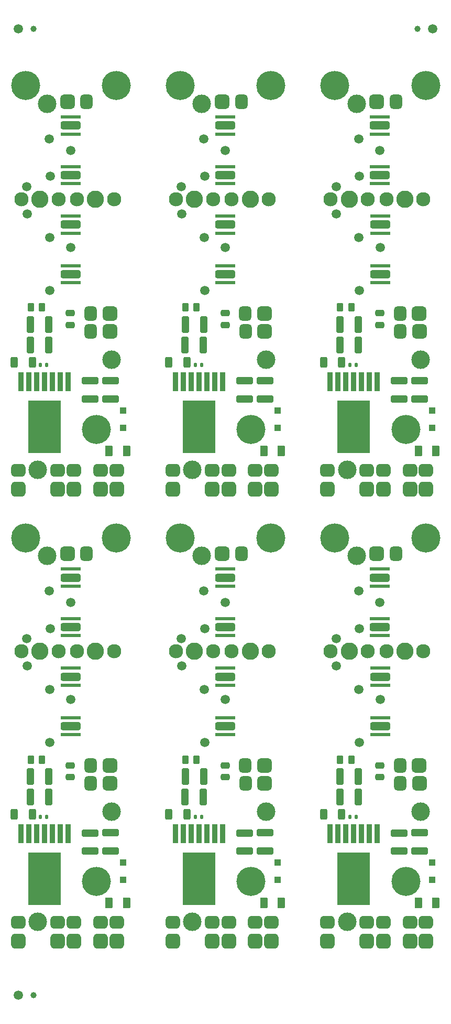
<source format=gbr>
%TF.GenerationSoftware,KiCad,Pcbnew,7.0.8-7.0.8~ubuntu22.04.1*%
%TF.CreationDate,2023-12-07T10:59:45+01:00*%
%TF.ProjectId,mothbeam_panel,6d6f7468-6265-4616-9d5f-70616e656c2e,rev?*%
%TF.SameCoordinates,Original*%
%TF.FileFunction,Soldermask,Top*%
%TF.FilePolarity,Negative*%
%FSLAX46Y46*%
G04 Gerber Fmt 4.6, Leading zero omitted, Abs format (unit mm)*
G04 Created by KiCad (PCBNEW 7.0.8-7.0.8~ubuntu22.04.1) date 2023-12-07 10:59:45*
%MOMM*%
%LPD*%
G01*
G04 APERTURE LIST*
G04 Aperture macros list*
%AMRoundRect*
0 Rectangle with rounded corners*
0 $1 Rounding radius*
0 $2 $3 $4 $5 $6 $7 $8 $9 X,Y pos of 4 corners*
0 Add a 4 corners polygon primitive as box body*
4,1,4,$2,$3,$4,$5,$6,$7,$8,$9,$2,$3,0*
0 Add four circle primitives for the rounded corners*
1,1,$1+$1,$2,$3*
1,1,$1+$1,$4,$5*
1,1,$1+$1,$6,$7*
1,1,$1+$1,$8,$9*
0 Add four rect primitives between the rounded corners*
20,1,$1+$1,$2,$3,$4,$5,0*
20,1,$1+$1,$4,$5,$6,$7,0*
20,1,$1+$1,$6,$7,$8,$9,0*
20,1,$1+$1,$8,$9,$2,$3,0*%
%AMFreePoly0*
4,1,5,0.240000,-1.625000,-0.240000,-1.625000,-0.240000,1.625000,0.240000,1.625000,0.240000,-1.625000,0.240000,-1.625000,$1*%
G04 Aperture macros list end*
%ADD10R,0.890000X3.060000*%
%ADD11R,5.350000X8.540000*%
%ADD12C,2.300000*%
%ADD13RoundRect,0.250000X0.325000X1.100000X-0.325000X1.100000X-0.325000X-1.100000X0.325000X-1.100000X0*%
%ADD14C,1.500000*%
%ADD15RoundRect,0.575000X0.625000X0.575000X-0.625000X0.575000X-0.625000X-0.575000X0.625000X-0.575000X0*%
%ADD16RoundRect,0.500000X0.500000X0.650000X-0.500000X0.650000X-0.500000X-0.650000X0.500000X-0.650000X0*%
%ADD17RoundRect,0.575000X-0.625000X-0.575000X0.625000X-0.575000X0.625000X0.575000X-0.625000X0.575000X0*%
%ADD18RoundRect,0.500000X-0.500000X-0.650000X0.500000X-0.650000X0.500000X0.650000X-0.500000X0.650000X0*%
%ADD19FreePoly0,90.000000*%
%ADD20RoundRect,0.325000X1.300000X-0.325000X1.300000X0.325000X-1.300000X0.325000X-1.300000X-0.325000X0*%
%ADD21RoundRect,0.250000X-1.100000X0.325000X-1.100000X-0.325000X1.100000X-0.325000X1.100000X0.325000X0*%
%ADD22C,4.700000*%
%ADD23C,3.000000*%
%ADD24RoundRect,0.575000X0.575000X-0.625000X0.575000X0.625000X-0.575000X0.625000X-0.575000X-0.625000X0*%
%ADD25RoundRect,0.500000X0.650000X-0.500000X0.650000X0.500000X-0.650000X0.500000X-0.650000X-0.500000X0*%
%ADD26RoundRect,0.250000X-0.312500X-0.625000X0.312500X-0.625000X0.312500X0.625000X-0.312500X0.625000X0*%
%ADD27RoundRect,0.250000X0.262500X0.450000X-0.262500X0.450000X-0.262500X-0.450000X0.262500X-0.450000X0*%
%ADD28C,2.800000*%
%ADD29RoundRect,0.250000X0.475000X-0.250000X0.475000X0.250000X-0.475000X0.250000X-0.475000X-0.250000X0*%
%ADD30C,1.000000*%
%ADD31RoundRect,0.250000X-0.300000X0.300000X-0.300000X-0.300000X0.300000X-0.300000X0.300000X0.300000X0*%
%ADD32RoundRect,0.135000X-0.135000X-0.185000X0.135000X-0.185000X0.135000X0.185000X-0.135000X0.185000X0*%
%ADD33RoundRect,0.250000X-0.375000X-0.625000X0.375000X-0.625000X0.375000X0.625000X-0.375000X0.625000X0*%
G04 APERTURE END LIST*
D10*
%TO.C,U1*%
X173054000Y-79455000D03*
X171784000Y-79455000D03*
X170514000Y-79455000D03*
X169244000Y-79455000D03*
X167974000Y-79455000D03*
X166704000Y-79455000D03*
X165434000Y-79455000D03*
D11*
X169244000Y-86760000D03*
%TD*%
D12*
%TO.C,H6*%
X140500000Y-123000000D03*
%TD*%
D13*
%TO.C,C3*%
X119957000Y-70247000D03*
X117007000Y-70247000D03*
%TD*%
D14*
%TO.C,TP6*%
X170056800Y-129150000D03*
%TD*%
D15*
%TO.C,J4*%
X129809400Y-68469000D03*
D16*
X126709400Y-68469000D03*
%TD*%
D17*
%TO.C,J5*%
X122951200Y-107255200D03*
D18*
X126051200Y-107255200D03*
%TD*%
D14*
%TO.C,TP2*%
X120031400Y-40249600D03*
%TD*%
D19*
%TO.C,D4*%
X173500000Y-136489400D03*
X173500000Y-133719400D03*
D20*
X173500000Y-135104400D03*
%TD*%
D19*
%TO.C,D4*%
X173500000Y-63489400D03*
X173500000Y-60719400D03*
D20*
X173500000Y-62104400D03*
%TD*%
D21*
%TO.C,C2*%
X129912000Y-152313000D03*
X129912000Y-155263000D03*
%TD*%
D14*
%TO.C,TP2*%
X145031400Y-40249600D03*
%TD*%
D22*
%TO.C,H3*%
X127651400Y-87138000D03*
%TD*%
D14*
%TO.C,TP4*%
X120158400Y-119320200D03*
%TD*%
D17*
%TO.C,J5*%
X172951200Y-34255200D03*
D18*
X176051200Y-34255200D03*
%TD*%
D14*
%TO.C,TP1*%
X141373800Y-120971200D03*
%TD*%
D21*
%TO.C,C2*%
X154912000Y-79313000D03*
X154912000Y-82263000D03*
%TD*%
D23*
%TO.C,FID1*%
X130064400Y-148911200D03*
%TD*%
D24*
%TO.C,J2*%
X174019200Y-96850000D03*
D25*
X174019200Y-93750000D03*
%TD*%
D19*
%TO.C,D1*%
X123474600Y-39489400D03*
X123474600Y-36719400D03*
D20*
X123474600Y-38104400D03*
%TD*%
D14*
%TO.C,TP3*%
X123474600Y-42104400D03*
%TD*%
%TO.C,TP2*%
X170031400Y-113249600D03*
%TD*%
D19*
%TO.C,D3*%
X123500000Y-128489400D03*
X123500000Y-125719400D03*
D20*
X123500000Y-127104400D03*
%TD*%
D22*
%TO.C,H2*%
X166170600Y-104664400D03*
%TD*%
D19*
%TO.C,D2*%
X123474600Y-47489400D03*
X123474600Y-44719400D03*
D20*
X123474600Y-46104400D03*
%TD*%
D14*
%TO.C,TP2*%
X170031400Y-40249600D03*
%TD*%
D24*
%TO.C,J1*%
X130928000Y-96850000D03*
D25*
X130928000Y-93750000D03*
%TD*%
D14*
%TO.C,TP6*%
X120056800Y-129150000D03*
%TD*%
D26*
%TO.C,R1*%
X164352500Y-76343000D03*
X167277500Y-76343000D03*
%TD*%
D12*
%TO.C,H7*%
X149500000Y-123000000D03*
%TD*%
D23*
%TO.C,FID2*%
X169675800Y-107585400D03*
%TD*%
D27*
%TO.C,FB1*%
X168835700Y-140478400D03*
X167010700Y-140478400D03*
%TD*%
D15*
%TO.C,J4*%
X154809400Y-68469000D03*
D16*
X151709400Y-68469000D03*
%TD*%
D14*
%TO.C,TP7*%
X173485800Y-57775600D03*
%TD*%
D10*
%TO.C,U1*%
X123054000Y-152455000D03*
X121784000Y-152455000D03*
X120514000Y-152455000D03*
X119244000Y-152455000D03*
X117974000Y-152455000D03*
X116704000Y-152455000D03*
X115434000Y-152455000D03*
D11*
X119244000Y-159760000D03*
%TD*%
D14*
%TO.C,TP3*%
X148474600Y-115104400D03*
%TD*%
D19*
%TO.C,D1*%
X173474600Y-39489400D03*
X173474600Y-36719400D03*
D20*
X173474600Y-38104400D03*
%TD*%
D14*
%TO.C,TP2*%
X145031400Y-113249600D03*
%TD*%
D27*
%TO.C,FB1*%
X143835700Y-67478400D03*
X142010700Y-67478400D03*
%TD*%
D24*
%TO.C,J2*%
X149019200Y-169850000D03*
D25*
X149019200Y-166750000D03*
%TD*%
D15*
%TO.C,J6*%
X179834800Y-144339200D03*
D16*
X176734800Y-144339200D03*
%TD*%
D12*
%TO.C,H7*%
X174500000Y-50000000D03*
%TD*%
D24*
%TO.C,J3*%
X114976800Y-169850000D03*
D25*
X114976800Y-166750000D03*
%TD*%
D23*
%TO.C,FID2*%
X119675800Y-107585400D03*
%TD*%
D10*
%TO.C,U1*%
X148054000Y-152455000D03*
X146784000Y-152455000D03*
X145514000Y-152455000D03*
X144244000Y-152455000D03*
X142974000Y-152455000D03*
X141704000Y-152455000D03*
X140434000Y-152455000D03*
D11*
X144244000Y-159760000D03*
%TD*%
D28*
%TO.C,H9*%
X118500000Y-123000000D03*
%TD*%
D13*
%TO.C,C3*%
X169957000Y-143247000D03*
X167007000Y-143247000D03*
%TD*%
D23*
%TO.C,FID3*%
X168151800Y-166665800D03*
%TD*%
D29*
%TO.C,C5*%
X173435000Y-70308000D03*
X173435000Y-68408000D03*
%TD*%
D22*
%TO.C,H2*%
X166170600Y-31664400D03*
%TD*%
D17*
%TO.C,J5*%
X147951200Y-34255200D03*
D18*
X151051200Y-34255200D03*
%TD*%
D14*
%TO.C,TP8*%
X120133000Y-137709800D03*
%TD*%
D15*
%TO.C,J4*%
X129809400Y-141469000D03*
D16*
X126709400Y-141469000D03*
%TD*%
D22*
%TO.C,H3*%
X152651400Y-160138000D03*
%TD*%
D23*
%TO.C,FID3*%
X143151800Y-93665800D03*
%TD*%
D24*
%TO.C,J7*%
X153311800Y-96850000D03*
D25*
X153311800Y-93750000D03*
%TD*%
D19*
%TO.C,D3*%
X173500000Y-128489400D03*
X173500000Y-125719400D03*
D20*
X173500000Y-127104400D03*
%TD*%
D15*
%TO.C,J4*%
X179809400Y-68469000D03*
D16*
X176709400Y-68469000D03*
%TD*%
D19*
%TO.C,D1*%
X148474600Y-112489400D03*
X148474600Y-109719400D03*
D20*
X148474600Y-111104400D03*
%TD*%
D15*
%TO.C,J6*%
X129834800Y-144339200D03*
D16*
X126734800Y-144339200D03*
%TD*%
D24*
%TO.C,J2*%
X124019200Y-169850000D03*
D25*
X124019200Y-166750000D03*
%TD*%
D30*
%TO.C,REF\u002A\u002A*%
X179500000Y-22500000D03*
%TD*%
D19*
%TO.C,D1*%
X123474600Y-112489400D03*
X123474600Y-109719400D03*
D20*
X123474600Y-111104400D03*
%TD*%
D12*
%TO.C,H4*%
X180500000Y-50000000D03*
%TD*%
D29*
%TO.C,C5*%
X173435000Y-143308000D03*
X173435000Y-141408000D03*
%TD*%
D12*
%TO.C,H5*%
X171500000Y-123000000D03*
%TD*%
D14*
%TO.C,TP1*%
X141373800Y-47971200D03*
%TD*%
D28*
%TO.C,H8*%
X177500000Y-123000000D03*
%TD*%
D13*
%TO.C,C3*%
X119957000Y-143247000D03*
X117007000Y-143247000D03*
%TD*%
D24*
%TO.C,J8*%
X171326800Y-96850000D03*
D25*
X171326800Y-93750000D03*
%TD*%
D24*
%TO.C,J2*%
X149019200Y-96850000D03*
D25*
X149019200Y-93750000D03*
%TD*%
D15*
%TO.C,J4*%
X179809400Y-141469000D03*
D16*
X176709400Y-141469000D03*
%TD*%
D31*
%TO.C,D5*%
X131944000Y-157090000D03*
X131944000Y-159890000D03*
%TD*%
D12*
%TO.C,H5*%
X146500000Y-50000000D03*
%TD*%
D14*
%TO.C,TP7*%
X173485800Y-130775600D03*
%TD*%
D12*
%TO.C,H4*%
X130500000Y-50000000D03*
%TD*%
D29*
%TO.C,C5*%
X123435000Y-143308000D03*
X123435000Y-141408000D03*
%TD*%
D12*
%TO.C,H6*%
X165500000Y-123000000D03*
%TD*%
D29*
%TO.C,C5*%
X123435000Y-70308000D03*
X123435000Y-68408000D03*
%TD*%
D12*
%TO.C,H4*%
X130500000Y-123000000D03*
%TD*%
D24*
%TO.C,J7*%
X128311800Y-169850000D03*
D25*
X128311800Y-166750000D03*
%TD*%
D28*
%TO.C,H9*%
X118500000Y-50000000D03*
%TD*%
D24*
%TO.C,J7*%
X153311800Y-169850000D03*
D25*
X153311800Y-166750000D03*
%TD*%
D23*
%TO.C,FID1*%
X180064400Y-75911200D03*
%TD*%
D19*
%TO.C,D3*%
X148500000Y-55489400D03*
X148500000Y-52719400D03*
D20*
X148500000Y-54104400D03*
%TD*%
D15*
%TO.C,J4*%
X154809400Y-141469000D03*
D16*
X151709400Y-141469000D03*
%TD*%
D24*
%TO.C,J1*%
X180928000Y-96850000D03*
D25*
X180928000Y-93750000D03*
%TD*%
D32*
%TO.C,R2*%
X118607000Y-76724000D03*
X119627000Y-76724000D03*
%TD*%
D14*
%TO.C,TP4*%
X170158400Y-46320200D03*
%TD*%
D22*
%TO.C,H2*%
X141170600Y-31664400D03*
%TD*%
D14*
%TO.C,TP4*%
X145158400Y-119320200D03*
%TD*%
D22*
%TO.C,H3*%
X152651400Y-87138000D03*
%TD*%
D24*
%TO.C,J1*%
X130928000Y-169850000D03*
D25*
X130928000Y-166750000D03*
%TD*%
D14*
%TO.C,TP5*%
X116424600Y-125340000D03*
%TD*%
D33*
%TO.C,F1*%
X129705800Y-163668600D03*
X132505800Y-163668600D03*
%TD*%
D24*
%TO.C,J2*%
X174019200Y-169850000D03*
D25*
X174019200Y-166750000D03*
%TD*%
D15*
%TO.C,J6*%
X154834800Y-144339200D03*
D16*
X151734800Y-144339200D03*
%TD*%
D13*
%TO.C,C3*%
X144957000Y-70247000D03*
X142007000Y-70247000D03*
%TD*%
D26*
%TO.C,R1*%
X164352500Y-149343000D03*
X167277500Y-149343000D03*
%TD*%
D12*
%TO.C,H5*%
X121500000Y-50000000D03*
%TD*%
D24*
%TO.C,J8*%
X146326800Y-169850000D03*
D25*
X146326800Y-166750000D03*
%TD*%
D19*
%TO.C,D3*%
X148500000Y-128489400D03*
X148500000Y-125719400D03*
D20*
X148500000Y-127104400D03*
%TD*%
D21*
%TO.C,C1*%
X176584600Y-152340200D03*
X176584600Y-155290200D03*
%TD*%
D14*
%TO.C,TP8*%
X145133000Y-64709800D03*
%TD*%
D10*
%TO.C,U1*%
X148054000Y-79455000D03*
X146784000Y-79455000D03*
X145514000Y-79455000D03*
X144244000Y-79455000D03*
X142974000Y-79455000D03*
X141704000Y-79455000D03*
X140434000Y-79455000D03*
D11*
X144244000Y-86760000D03*
%TD*%
D24*
%TO.C,J1*%
X155928000Y-96850000D03*
D25*
X155928000Y-93750000D03*
%TD*%
D24*
%TO.C,J2*%
X124019200Y-96850000D03*
D25*
X124019200Y-93750000D03*
%TD*%
D14*
%TO.C,TP5*%
X116424600Y-52340000D03*
%TD*%
D24*
%TO.C,J7*%
X178311800Y-96850000D03*
D25*
X178311800Y-93750000D03*
%TD*%
D23*
%TO.C,FID2*%
X144675800Y-34585400D03*
%TD*%
D21*
%TO.C,C1*%
X151584600Y-79340200D03*
X151584600Y-82290200D03*
%TD*%
D12*
%TO.C,H6*%
X115500000Y-50000000D03*
%TD*%
D21*
%TO.C,C2*%
X154912000Y-152313000D03*
X154912000Y-155263000D03*
%TD*%
D17*
%TO.C,J5*%
X172951200Y-107255200D03*
D18*
X176051200Y-107255200D03*
%TD*%
D23*
%TO.C,FID3*%
X168151800Y-93665800D03*
%TD*%
D22*
%TO.C,H1*%
X130851800Y-31664400D03*
%TD*%
D14*
%TO.C,TP6*%
X170056800Y-56150000D03*
%TD*%
D12*
%TO.C,H7*%
X174500000Y-123000000D03*
%TD*%
D23*
%TO.C,FID1*%
X180064400Y-148911200D03*
%TD*%
D22*
%TO.C,H3*%
X177651400Y-87138000D03*
%TD*%
D21*
%TO.C,C1*%
X126584600Y-152340200D03*
X126584600Y-155290200D03*
%TD*%
D14*
%TO.C,TP2*%
X120031400Y-113249600D03*
%TD*%
D24*
%TO.C,J7*%
X128311800Y-96850000D03*
D25*
X128311800Y-93750000D03*
%TD*%
D14*
%TO.C,TP3*%
X123474600Y-115104400D03*
%TD*%
D23*
%TO.C,FID3*%
X118151800Y-93665800D03*
%TD*%
D28*
%TO.C,H8*%
X177500000Y-50000000D03*
%TD*%
D19*
%TO.C,D2*%
X148474600Y-47489400D03*
X148474600Y-44719400D03*
D20*
X148474600Y-46104400D03*
%TD*%
D24*
%TO.C,J8*%
X121326800Y-169850000D03*
D25*
X121326800Y-166750000D03*
%TD*%
D14*
%TO.C,TP5*%
X166424600Y-125340000D03*
%TD*%
D28*
%TO.C,H8*%
X152500000Y-123000000D03*
%TD*%
D19*
%TO.C,D2*%
X123474600Y-120489400D03*
X123474600Y-117719400D03*
D20*
X123474600Y-119104400D03*
%TD*%
D14*
%TO.C,TP3*%
X173474600Y-42104400D03*
%TD*%
D19*
%TO.C,D2*%
X148474600Y-120489400D03*
X148474600Y-117719400D03*
D20*
X148474600Y-119104400D03*
%TD*%
D12*
%TO.C,H7*%
X124500000Y-123000000D03*
%TD*%
D15*
%TO.C,J6*%
X129834800Y-71339200D03*
D16*
X126734800Y-71339200D03*
%TD*%
D23*
%TO.C,FID3*%
X118151800Y-166665800D03*
%TD*%
D12*
%TO.C,H6*%
X140500000Y-50000000D03*
%TD*%
D13*
%TO.C,C4*%
X144931600Y-146549000D03*
X141981600Y-146549000D03*
%TD*%
D14*
%TO.C,TP8*%
X170133000Y-64709800D03*
%TD*%
D15*
%TO.C,J6*%
X179834800Y-71339200D03*
D16*
X176734800Y-71339200D03*
%TD*%
D14*
%TO.C,TP7*%
X123485800Y-130775600D03*
%TD*%
%TO.C,TP8*%
X120133000Y-64709800D03*
%TD*%
D28*
%TO.C,H9*%
X168500000Y-123000000D03*
%TD*%
D27*
%TO.C,FB1*%
X143835700Y-140478400D03*
X142010700Y-140478400D03*
%TD*%
D24*
%TO.C,J8*%
X171326800Y-169850000D03*
D25*
X171326800Y-166750000D03*
%TD*%
D32*
%TO.C,R2*%
X143607000Y-149724000D03*
X144627000Y-149724000D03*
%TD*%
D24*
%TO.C,J1*%
X180928000Y-169850000D03*
D25*
X180928000Y-166750000D03*
%TD*%
D19*
%TO.C,D3*%
X173500000Y-55489400D03*
X173500000Y-52719400D03*
D20*
X173500000Y-54104400D03*
%TD*%
D32*
%TO.C,R2*%
X143607000Y-76724000D03*
X144627000Y-76724000D03*
%TD*%
D14*
%TO.C,REF\u002A\u002A*%
X182000000Y-22500000D03*
%TD*%
D12*
%TO.C,H4*%
X180500000Y-123000000D03*
%TD*%
D14*
%TO.C,REF\u002A\u002A*%
X115000000Y-178500000D03*
%TD*%
%TO.C,TP3*%
X148474600Y-42104400D03*
%TD*%
D33*
%TO.C,F1*%
X129705800Y-90668600D03*
X132505800Y-90668600D03*
%TD*%
D26*
%TO.C,R1*%
X139352500Y-76343000D03*
X142277500Y-76343000D03*
%TD*%
D15*
%TO.C,J6*%
X154834800Y-71339200D03*
D16*
X151734800Y-71339200D03*
%TD*%
D24*
%TO.C,J3*%
X139976800Y-169850000D03*
D25*
X139976800Y-166750000D03*
%TD*%
D13*
%TO.C,C4*%
X169931600Y-73549000D03*
X166981600Y-73549000D03*
%TD*%
%TO.C,C4*%
X144931600Y-73549000D03*
X141981600Y-73549000D03*
%TD*%
D31*
%TO.C,D5*%
X156944000Y-157090000D03*
X156944000Y-159890000D03*
%TD*%
D14*
%TO.C,TP6*%
X120056800Y-56150000D03*
%TD*%
D12*
%TO.C,H6*%
X115500000Y-123000000D03*
%TD*%
D19*
%TO.C,D3*%
X123500000Y-55489400D03*
X123500000Y-52719400D03*
D20*
X123500000Y-54104400D03*
%TD*%
D12*
%TO.C,H7*%
X124500000Y-50000000D03*
%TD*%
D23*
%TO.C,FID1*%
X155064400Y-75911200D03*
%TD*%
D13*
%TO.C,C4*%
X119931600Y-146549000D03*
X116981600Y-146549000D03*
%TD*%
D22*
%TO.C,H1*%
X180851800Y-31664400D03*
%TD*%
D24*
%TO.C,J1*%
X155928000Y-169850000D03*
D25*
X155928000Y-166750000D03*
%TD*%
D19*
%TO.C,D2*%
X173474600Y-120489400D03*
X173474600Y-117719400D03*
D20*
X173474600Y-119104400D03*
%TD*%
D21*
%TO.C,C2*%
X129912000Y-79313000D03*
X129912000Y-82263000D03*
%TD*%
D22*
%TO.C,H2*%
X116170600Y-31664400D03*
%TD*%
D13*
%TO.C,C4*%
X119931600Y-73549000D03*
X116981600Y-73549000D03*
%TD*%
D24*
%TO.C,J3*%
X164976800Y-169850000D03*
D25*
X164976800Y-166750000D03*
%TD*%
D22*
%TO.C,H1*%
X155851800Y-104664400D03*
%TD*%
D14*
%TO.C,TP1*%
X116373800Y-47971200D03*
%TD*%
D33*
%TO.C,F1*%
X154705800Y-90668600D03*
X157505800Y-90668600D03*
%TD*%
D21*
%TO.C,C2*%
X179912000Y-79313000D03*
X179912000Y-82263000D03*
%TD*%
D19*
%TO.C,D4*%
X123500000Y-136489400D03*
X123500000Y-133719400D03*
D20*
X123500000Y-135104400D03*
%TD*%
D27*
%TO.C,FB1*%
X118835700Y-67478400D03*
X117010700Y-67478400D03*
%TD*%
D22*
%TO.C,H2*%
X141170600Y-104664400D03*
%TD*%
D14*
%TO.C,TP5*%
X166424600Y-52340000D03*
%TD*%
D28*
%TO.C,H8*%
X127500000Y-123000000D03*
%TD*%
D14*
%TO.C,TP4*%
X170158400Y-119320200D03*
%TD*%
%TO.C,TP7*%
X123485800Y-57775600D03*
%TD*%
D31*
%TO.C,D5*%
X156944000Y-84090000D03*
X156944000Y-86890000D03*
%TD*%
D14*
%TO.C,TP1*%
X166373800Y-120971200D03*
%TD*%
D23*
%TO.C,FID2*%
X119675800Y-34585400D03*
%TD*%
D21*
%TO.C,C1*%
X151584600Y-152340200D03*
X151584600Y-155290200D03*
%TD*%
D24*
%TO.C,J3*%
X139976800Y-96850000D03*
D25*
X139976800Y-93750000D03*
%TD*%
D27*
%TO.C,FB1*%
X168835700Y-67478400D03*
X167010700Y-67478400D03*
%TD*%
D23*
%TO.C,FID2*%
X169675800Y-34585400D03*
%TD*%
D24*
%TO.C,J8*%
X146326800Y-96850000D03*
D25*
X146326800Y-93750000D03*
%TD*%
D28*
%TO.C,H9*%
X143500000Y-123000000D03*
%TD*%
D10*
%TO.C,U1*%
X173054000Y-152455000D03*
X171784000Y-152455000D03*
X170514000Y-152455000D03*
X169244000Y-152455000D03*
X167974000Y-152455000D03*
X166704000Y-152455000D03*
X165434000Y-152455000D03*
D11*
X169244000Y-159760000D03*
%TD*%
D21*
%TO.C,C1*%
X176584600Y-79340200D03*
X176584600Y-82290200D03*
%TD*%
D24*
%TO.C,J3*%
X164976800Y-96850000D03*
D25*
X164976800Y-93750000D03*
%TD*%
D14*
%TO.C,TP5*%
X141424600Y-52340000D03*
%TD*%
D28*
%TO.C,H9*%
X143500000Y-50000000D03*
%TD*%
D30*
%TO.C,REF\u002A\u002A*%
X117500000Y-178500000D03*
%TD*%
D19*
%TO.C,D4*%
X148500000Y-63489400D03*
X148500000Y-60719400D03*
D20*
X148500000Y-62104400D03*
%TD*%
D30*
%TO.C,REF\u002A\u002A*%
X117500000Y-22500000D03*
%TD*%
D13*
%TO.C,C3*%
X144957000Y-143247000D03*
X142007000Y-143247000D03*
%TD*%
D22*
%TO.C,H1*%
X155851800Y-31664400D03*
%TD*%
D10*
%TO.C,U1*%
X123054000Y-79455000D03*
X121784000Y-79455000D03*
X120514000Y-79455000D03*
X119244000Y-79455000D03*
X117974000Y-79455000D03*
X116704000Y-79455000D03*
X115434000Y-79455000D03*
D11*
X119244000Y-86760000D03*
%TD*%
D31*
%TO.C,D5*%
X131944000Y-84090000D03*
X131944000Y-86890000D03*
%TD*%
D14*
%TO.C,TP8*%
X170133000Y-137709800D03*
%TD*%
D13*
%TO.C,C4*%
X169931600Y-146549000D03*
X166981600Y-146549000D03*
%TD*%
D19*
%TO.C,D1*%
X173474600Y-112489400D03*
X173474600Y-109719400D03*
D20*
X173474600Y-111104400D03*
%TD*%
D28*
%TO.C,H9*%
X168500000Y-50000000D03*
%TD*%
%TO.C,H8*%
X152500000Y-50000000D03*
%TD*%
D33*
%TO.C,F1*%
X179705800Y-163668600D03*
X182505800Y-163668600D03*
%TD*%
D22*
%TO.C,H1*%
X180851800Y-104664400D03*
%TD*%
D17*
%TO.C,J5*%
X122951200Y-34255200D03*
D18*
X126051200Y-34255200D03*
%TD*%
D14*
%TO.C,TP7*%
X148485800Y-57775600D03*
%TD*%
%TO.C,TP4*%
X120158400Y-46320200D03*
%TD*%
%TO.C,TP6*%
X145056800Y-129150000D03*
%TD*%
D23*
%TO.C,FID1*%
X130064400Y-75911200D03*
%TD*%
D32*
%TO.C,R2*%
X118607000Y-149724000D03*
X119627000Y-149724000D03*
%TD*%
D19*
%TO.C,D4*%
X148500000Y-136489400D03*
X148500000Y-133719400D03*
D20*
X148500000Y-135104400D03*
%TD*%
D14*
%TO.C,TP3*%
X173474600Y-115104400D03*
%TD*%
D13*
%TO.C,C3*%
X169957000Y-70247000D03*
X167007000Y-70247000D03*
%TD*%
D19*
%TO.C,D4*%
X123500000Y-63489400D03*
X123500000Y-60719400D03*
D20*
X123500000Y-62104400D03*
%TD*%
D22*
%TO.C,H1*%
X130851800Y-104664400D03*
%TD*%
D26*
%TO.C,R1*%
X114352500Y-76343000D03*
X117277500Y-76343000D03*
%TD*%
D14*
%TO.C,TP1*%
X116373800Y-120971200D03*
%TD*%
D29*
%TO.C,C5*%
X148435000Y-143308000D03*
X148435000Y-141408000D03*
%TD*%
%TO.C,C5*%
X148435000Y-70308000D03*
X148435000Y-68408000D03*
%TD*%
D14*
%TO.C,TP5*%
X141424600Y-125340000D03*
%TD*%
%TO.C,TP8*%
X145133000Y-137709800D03*
%TD*%
D31*
%TO.C,D5*%
X181944000Y-157090000D03*
X181944000Y-159890000D03*
%TD*%
D24*
%TO.C,J3*%
X114976800Y-96850000D03*
D25*
X114976800Y-93750000D03*
%TD*%
D21*
%TO.C,C2*%
X179912000Y-152313000D03*
X179912000Y-155263000D03*
%TD*%
D31*
%TO.C,D5*%
X181944000Y-84090000D03*
X181944000Y-86890000D03*
%TD*%
D14*
%TO.C,TP6*%
X145056800Y-56150000D03*
%TD*%
D26*
%TO.C,R1*%
X139352500Y-149343000D03*
X142277500Y-149343000D03*
%TD*%
D23*
%TO.C,FID1*%
X155064400Y-148911200D03*
%TD*%
D22*
%TO.C,H3*%
X127651400Y-160138000D03*
%TD*%
D12*
%TO.C,H5*%
X146500000Y-123000000D03*
%TD*%
D27*
%TO.C,FB1*%
X118835700Y-140478400D03*
X117010700Y-140478400D03*
%TD*%
D14*
%TO.C,TP4*%
X145158400Y-46320200D03*
%TD*%
%TO.C,TP1*%
X166373800Y-47971200D03*
%TD*%
D33*
%TO.C,F1*%
X154705800Y-163668600D03*
X157505800Y-163668600D03*
%TD*%
D26*
%TO.C,R1*%
X114352500Y-149343000D03*
X117277500Y-149343000D03*
%TD*%
D24*
%TO.C,J8*%
X121326800Y-96850000D03*
D25*
X121326800Y-93750000D03*
%TD*%
D32*
%TO.C,R2*%
X168607000Y-149724000D03*
X169627000Y-149724000D03*
%TD*%
D21*
%TO.C,C1*%
X126584600Y-79340200D03*
X126584600Y-82290200D03*
%TD*%
D12*
%TO.C,H4*%
X155500000Y-50000000D03*
%TD*%
D14*
%TO.C,TP7*%
X148485800Y-130775600D03*
%TD*%
D33*
%TO.C,F1*%
X179705800Y-90668600D03*
X182505800Y-90668600D03*
%TD*%
D17*
%TO.C,J5*%
X147951200Y-107255200D03*
D18*
X151051200Y-107255200D03*
%TD*%
D22*
%TO.C,H2*%
X116170600Y-104664400D03*
%TD*%
D23*
%TO.C,FID2*%
X144675800Y-107585400D03*
%TD*%
D19*
%TO.C,D1*%
X148474600Y-39489400D03*
X148474600Y-36719400D03*
D20*
X148474600Y-38104400D03*
%TD*%
D12*
%TO.C,H5*%
X121500000Y-123000000D03*
%TD*%
D22*
%TO.C,H3*%
X177651400Y-160138000D03*
%TD*%
D14*
%TO.C,REF\u002A\u002A*%
X115000000Y-22500000D03*
%TD*%
D12*
%TO.C,H6*%
X165500000Y-50000000D03*
%TD*%
D24*
%TO.C,J7*%
X178311800Y-169850000D03*
D25*
X178311800Y-166750000D03*
%TD*%
D12*
%TO.C,H5*%
X171500000Y-50000000D03*
%TD*%
D19*
%TO.C,D2*%
X173474600Y-47489400D03*
X173474600Y-44719400D03*
D20*
X173474600Y-46104400D03*
%TD*%
D28*
%TO.C,H8*%
X127500000Y-50000000D03*
%TD*%
D12*
%TO.C,H7*%
X149500000Y-50000000D03*
%TD*%
%TO.C,H4*%
X155500000Y-123000000D03*
%TD*%
D32*
%TO.C,R2*%
X168607000Y-76724000D03*
X169627000Y-76724000D03*
%TD*%
D23*
%TO.C,FID3*%
X143151800Y-166665800D03*
%TD*%
M02*

</source>
